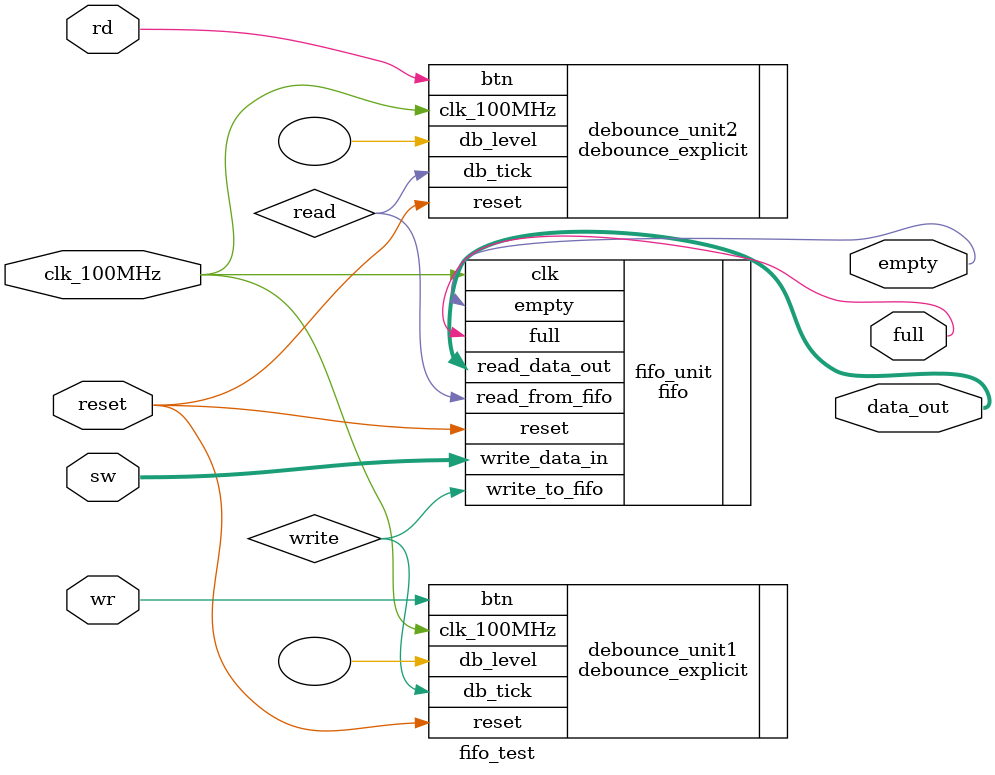
<source format=v>

`timescale 1ns / 1ps

module fifo_test(
    input clk_100MHz,       // 100MHz
    input reset,            // btnC
    input wr,               // btnU - upload
    input rd,               // btnD - download
    input [2:0] sw,         // data value 3 bits
    output full,            // LED15
    output empty,           // LED0
    output [2:0] data_out   // read data - LEDs 7,6,5
    );
    
    // signal declaration
    wire write, read;
    
    debounce_explicit debounce_unit1(
        .clk_100MHz(clk_100MHz),
        .reset(reset),
        .btn(wr),
        .db_level(),        // unconnected
        .db_tick(write)
    );
   
    debounce_explicit debounce_unit2(
        .clk_100MHz(clk_100MHz),
        .reset(reset),
        .btn(rd),
        .db_level(),        // unconnected
        .db_tick(read)
    );
    
    fifo #(.DATA_SIZE(3), .ADDR_SPACE_EXP(2)) fifo_unit(
        .clk(clk_100MHz),
        .reset(reset),
        .write_to_fifo(write),
        .read_from_fifo(read),
        .write_data_in(sw),
        .read_data_out(data_out),
        .full(full),
        .empty(empty)
        );
    
endmodule

</source>
